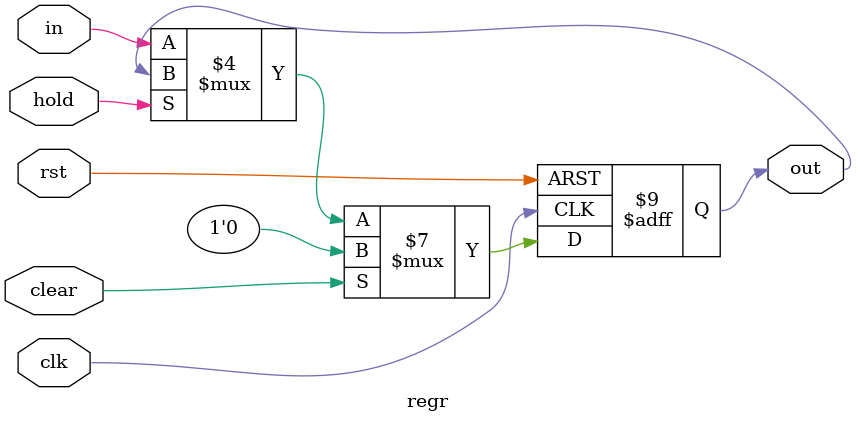
<source format=v>
/*
 * NAME
 *
 * regr - register of data that can be held or cleared
 *
 * DESCRIPTION
 *
 * The regr (register) module can be used to store data in the current
 * cylcle so it will be output on the next cycle.  Signals are also
 * provided to hold the data or clear it.  The hold and clear signals
 * are both synchronous with the clock.
 *
 * The first example creates a 8-bit register.  The clear and hold
 * signals are taken from elsewhere.
 *
 *   wire [7:0] data_s1;
 *   wire [7:0] data_s2;
 *
 *   regr #(.N(8)) r1(.clk(clk), .clear(clear), .hold(hold),
 *                      .in(data_s1), .out(data_s2))
 *
 * Multiple signals can be grouped together using array notation.
 *
 *   regr #(.N(8)) r1(.clk(clk), .clear(clear), .hold(hold),
 *                      .in({x1, x2}), .out({y1, y2}))
 */

`ifndef _regr
`define _regr

module regr (clk, rst, clear, hold, in, out);

   parameter N = 1;
   
   input       clk;
   input       rst;
   input       clear;
   input       hold;   
   input wire [N-1:0]      in;
   output reg [N-1:0]      out;
   
	always @(posedge clk, negedge rst) begin
	   if (!rst) begin
	      out <= {N{1'b0}};
	   end
	   else if (clear) begin
	     out <= {N{1'b0}};
	   end
	   else if (hold) begin
	     out <= out;
	   end
	   else begin
	     out <= in;
	   end
	end
endmodule

`endif

</source>
